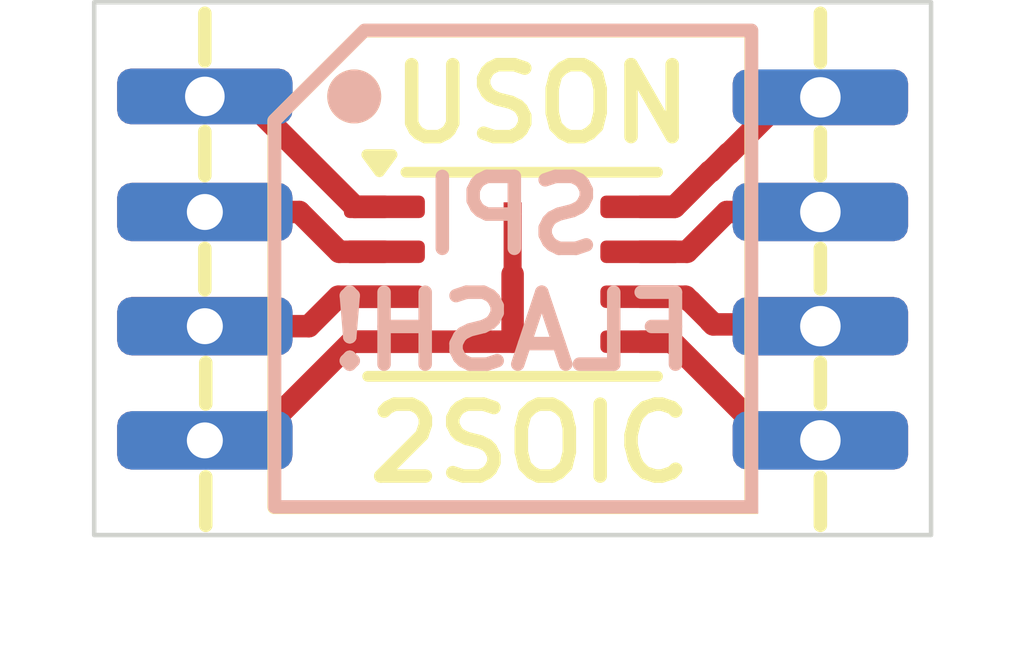
<source format=kicad_pcb>
(kicad_pcb (version 20241229) (generator "pcbnew") (generator_version "9.0")
  (layers (0 "F.Cu" signal) (2 "B.Cu" signal) (13 "F.Paste" user) (15 "B.Paste" user) (5 "F.SilkS" user "F.Silkscreen") (7 "B.SilkS" user "B.Silkscreen") (1 "F.Mask" user) (3 "B.Mask" user) (25 "Edge.Cuts" user))
  (net 0 "")
  (net 1 "/MISO")
  (net 2 "/CS")
  (net 3 "/SCK")
  (net 4 "/WP")
  (net 5 "/MOSI")
  (net 6 "GND")
  (net 7 "/HOLD")
  (net 8 "VCC")
  (footprint "Package_SON:Winbond_USON-8-1EP_3x2mm_P0.5mm_EP0.2x1.6mm" (layer "F.Cu") (at 150.6 86.6)
    (property "Reference" "U1" (hide yes))
    (property "Value" "W25Q16JVUXIQ")
    (fp_line (start -1.185568 -1.135) (end 1.61 -1.135) (stroke (width 0.12)) (layer "F.SilkS"))
    (fp_line (start 1.61 1.135) (end -1.61 1.135) (stroke (width 0.12)) (layer "F.SilkS"))
    (fp_poly (pts (xy -1.48 -1.14) (xy -1.62 -1.33) (xy -1.34 -1.33)) (stroke (width 0.12)) (fill yes) (layer "F.SilkS"))
    (pad "1" smd roundrect (at -1.425 -0.75) (size 0.9 0.25) (layers "F.Cu" "F.Mask" "F.Paste") (net 2 "/CS"))
    (pad "2" smd roundrect (at -1.425 -0.25) (size 0.9 0.25) (layers "F.Cu" "F.Mask" "F.Paste") (net 1 "/MISO"))
    (pad "3" smd roundrect (at -1.425 0.25) (size 0.9 0.25) (layers "F.Cu" "F.Mask" "F.Paste") (net 4 "/WP"))
    (pad "4" smd roundrect (at -1.425 0.75) (size 0.9 0.25) (layers "F.Cu" "F.Mask" "F.Paste") (net 6 "GND"))
    (pad "5" smd roundrect (at 1.425 0.75) (size 0.9 0.25) (layers "F.Cu" "F.Mask" "F.Paste") (net 5 "/MOSI"))
    (pad "6" smd roundrect (at 1.425 0.25) (size 0.9 0.25) (layers "F.Cu" "F.Mask" "F.Paste") (net 3 "/SCK"))
    (pad "7" smd roundrect (at 1.425 -0.25) (size 0.9 0.25) (layers "F.Cu" "F.Mask" "F.Paste") (net 7 "/HOLD"))
    (pad "8" smd roundrect (at 1.425 -0.75) (size 0.9 0.25) (layers "F.Cu" "F.Mask" "F.Paste") (net 8 "VCC"))
    (pad "9" smd rect (at 0 0) (size 0.2 1.6) (property pad_prop_heatsink) (layers "F.Cu" "F.Mask") (net 6 "GND"))
  )
  (footprint "Project:Custom-TopBottom-SOIC-8_5.3x5.3mm_P1.27mm" (layer "F.Cu") (at 150.6 86.5425)
    (property "Reference" "U2" (hide yes))
    (property "Value" "W25Q32JVSS")
    (fp_line (start -3.42 -2.845) (end -3.42 -2.315) (stroke (width 0.15)) (layer "F.SilkS"))
    (fp_line (start -3.42 -1.53) (end -3.42 -1.04) (stroke (width 0.15)) (layer "F.SilkS"))
    (fp_line (start -3.42 -0.23) (end -3.42 0.23) (stroke (width 0.15)) (layer "F.SilkS"))
    (fp_line (start -3.41 1.04) (end -3.41 1.5) (stroke (width 0.15)) (layer "F.SilkS"))
    (fp_line (start -3.41 2.31) (end -3.41 2.85) (stroke (width 0.15)) (layer "F.SilkS"))
    (fp_line (start 3.42 -2.845) (end 3.42 -2.3) (stroke (width 0.15)) (layer "F.SilkS"))
    (fp_line (start 3.42 -1.52) (end 3.42 -1.04) (stroke (width 0.15)) (layer "F.SilkS"))
    (fp_line (start 3.42 -0.23) (end 3.42 0.22) (stroke (width 0.15)) (layer "F.SilkS"))
    (fp_line (start 3.42 1.04) (end 3.42 1.5) (stroke (width 0.15)) (layer "F.SilkS"))
    (fp_line (start 3.42 2.315) (end 3.42 2.85) (stroke (width 0.15)) (layer "F.SilkS"))
    (fp_circle (center -1.76 -1.92) (end -1.51 -1.92) (stroke (width 0.1)) (fill yes) (layer "F.SilkS"))
    (fp_poly (pts (xy -1.65 -2.65) (xy 2.65 -2.65) (xy 2.65 2.65) (xy -2.65 2.65) (xy -2.65 -1.65)) (stroke (width 0.15)) (fill no) (layer "F.SilkS"))
    (fp_circle (center -1.76 -1.92) (end -1.51 -1.92) (stroke (width 0.1)) (fill yes) (layer "B.SilkS"))
    (fp_poly (pts (xy -1.645 -2.655) (xy 2.655 -2.655) (xy 2.655 2.645) (xy -2.645 2.645) (xy -2.645 -1.655)) (stroke (width 0.15)) (fill no) (layer "B.SilkS"))
    (pad "1" thru_hole roundrect (at -3.42 -1.92) (size 1.95 0.62) (drill 0.44) (layers "*.Cu" "*.Mask") (net 2 "/CS"))
    (pad "2" thru_hole roundrect (at -3.42 -0.635) (size 1.95 0.65) (drill 0.4) (layers "*.Cu" "*.Mask") (net 1 "/MISO"))
    (pad "3" thru_hole roundrect (at -3.42 0.635) (size 1.95 0.65) (drill 0.4) (layers "*.Cu" "*.Mask") (net 4 "/WP"))
    (pad "4" thru_hole roundrect (at -3.42 1.905) (size 1.95 0.65) (drill 0.4) (layers "*.Cu" "*.Mask") (net 6 "GND"))
    (pad "5" thru_hole roundrect (at 3.42 1.905) (size 1.95 0.65) (drill 0.45) (layers "*.Cu" "*.Mask") (net 5 "/MOSI"))
    (pad "6" thru_hole roundrect (at 3.42 0.635) (size 1.95 0.65) (drill 0.45) (layers "*.Cu" "*.Mask") (net 3 "/SCK"))
    (pad "7" thru_hole roundrect (at 3.42 -0.635) (size 1.95 0.65) (drill 0.45) (layers "*.Cu" "*.Mask") (net 7 "/HOLD"))
    (pad "8" thru_hole roundrect (at 3.42 -1.91) (size 1.95 0.62) (drill 0.45) (layers "*.Cu" "*.Mask") (net 8 "VCC"))
  )
  (gr_rect (start 145.95 83.575) (end 155.25 89.5) (stroke (width 0.05)) (fill no) (layer "Edge.Cuts"))
  (gr_text "2SOIC" (at 148.922143 88.95 0) (layer "F.SilkS") (effects (font (size 0.8 0.8)) (justify left bottom)))
  (gr_text "USON" (at 149.18881 85.175 0) (layer "F.SilkS") (effects (font (size 0.8 0.8)) (justify left bottom)))
  (gr_text "SPI\nFLASH!" (at 150.6 87.705228 0) (layer "B.SilkS") (effects (font (size 0.8 0.8)) (justify bottom mirror)))
  (segment (start 148.6725 86.35) (end 148.23 85.9075) (width 0.25) (layer "F.Cu") (net 1))
  (segment (start 149.175 86.35) (end 148.6725 86.35) (width 0.25) (layer "F.Cu") (net 1))
  (segment (start 148.23 85.9075) (end 147.18 85.9075) (width 0.25) (layer "F.Cu") (net 1))
  (segment (start 147.62 84.6225) (end 147.18 84.6225) (width 0.25) (layer "F.Cu") (net 2))
  (segment (start 149.175 85.85) (end 148.8475 85.85) (width 0.25) (layer "F.Cu") (net 2))
  (segment (start 148.8475 85.85) (end 147.62 84.6225) (width 0.25) (layer "F.Cu") (net 2))
  (segment (start 152.5225 86.85) (end 152.5715 86.899) (width 0.25) (layer "F.Cu") (net 3))
  (segment (start 152.5715 86.899) (end 152.575154 86.899) (width 0.25) (layer "F.Cu") (net 3))
  (segment (start 152.801 87.1285) (end 152.83 87.1575) (width 0.25) (layer "F.Cu") (net 3))
  (segment (start 154 87.1575) (end 154.02 87.1775) (width 0.25) (layer "F.Cu") (net 3))
  (segment (start 152.801 87.124846) (end 152.801 87.1285) (width 0.25) (layer "F.Cu") (net 3))
  (segment (start 152.025 86.85) (end 152.5225 86.85) (width 0.25) (layer "F.Cu") (net 3))
  (segment (start 152.83 87.1575) (end 154 87.1575) (width 0.25) (layer "F.Cu") (net 3))
  (segment (start 152.575154 86.899) (end 152.801 87.124846) (width 0.25) (layer "F.Cu") (net 3))
  (segment (start 148.335 87.1775) (end 147.18 87.1775) (width 0.25) (layer "F.Cu") (net 4))
  (segment (start 149.175 86.85) (end 148.6625 86.85) (width 0.25) (layer "F.Cu") (net 4))
  (segment (start 148.6625 86.85) (end 148.335 87.1775) (width 0.25) (layer "F.Cu") (net 4))
  (segment (start 152.025 87.35) (end 152.3725 87.35) (width 0.25) (layer "F.Cu") (net 5))
  (segment (start 152.3725 87.35) (end 153.47 88.4475) (width 0.25) (layer "F.Cu") (net 5))
  (segment (start 153.47 88.4475) (end 154.02 88.4475) (width 0.25) (layer "F.Cu") (net 5))
  (segment (start 147.715 88.4475) (end 147.18 88.4475) (width 0.25) (layer "F.Cu") (net 6))
  (segment (start 149.175 87.35) (end 148.8125 87.35) (width 0.25) (layer "F.Cu") (net 6))
  (segment (start 148.8125 87.35) (end 147.715 88.4475) (width 0.25) (layer "F.Cu") (net 6))
  (segment (start 150.6 87.35) (end 149.175 87.35) (width 0.25) (layer "F.Cu") (net 6))
  (segment (start 150.6 86.6) (end 150.6 87.35) (width 0.25) (layer "F.Cu") (net 6))
  (segment (start 152.5375 86.35) (end 152.98 85.9075) (width 0.25) (layer "F.Cu") (net 7))
  (segment (start 152.025 86.35) (end 152.5375 86.35) (width 0.25) (layer "F.Cu") (net 7))
  (segment (start 152.98 85.9075) (end 154.02 85.9075) (width 0.25) (layer "F.Cu") (net 7))
  (segment (start 153.000654 85.2565) (end 153.006 85.2565) (width 0.25) (layer "F.Cu") (net 8))
  (segment (start 152.800654 85.4565) (end 153.000654 85.2565) (width 0.25) (layer "F.Cu") (net 8))
  (segment (start 152.79319 85.4565) (end 152.800654 85.4565) (width 0.25) (layer "F.Cu") (net 8))
  (segment (start 152.025 85.85) (end 152.39969 85.85) (width 0.25) (layer "F.Cu") (net 8))
  (segment (start 153.006 85.2565) (end 153.63 84.6325) (width 0.25) (layer "F.Cu") (net 8))
  (segment (start 153.63 84.6325) (end 154.02 84.6325) (width 0.25) (layer "F.Cu") (net 8))
  (segment (start 152.39969 85.85) (end 152.79319 85.4565) (width 0.25) (layer "F.Cu") (net 8))
)
</source>
